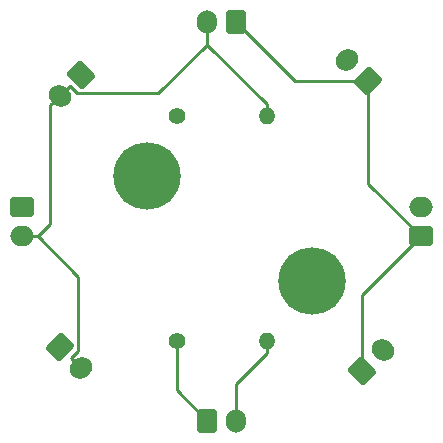
<source format=gbr>
G04 #@! TF.GenerationSoftware,KiCad,Pcbnew,7.0.2*
G04 #@! TF.CreationDate,2023-07-27T23:19:17+09:00*
G04 #@! TF.ProjectId,can_bus,63616e5f-6275-4732-9e6b-696361645f70,rev?*
G04 #@! TF.SameCoordinates,Original*
G04 #@! TF.FileFunction,Copper,L1,Top*
G04 #@! TF.FilePolarity,Positive*
%FSLAX46Y46*%
G04 Gerber Fmt 4.6, Leading zero omitted, Abs format (unit mm)*
G04 Created by KiCad (PCBNEW 7.0.2) date 2023-07-27 23:19:17*
%MOMM*%
%LPD*%
G01*
G04 APERTURE LIST*
G04 Aperture macros list*
%AMRoundRect*
0 Rectangle with rounded corners*
0 $1 Rounding radius*
0 $2 $3 $4 $5 $6 $7 $8 $9 X,Y pos of 4 corners*
0 Add a 4 corners polygon primitive as box body*
4,1,4,$2,$3,$4,$5,$6,$7,$8,$9,$2,$3,0*
0 Add four circle primitives for the rounded corners*
1,1,$1+$1,$2,$3*
1,1,$1+$1,$4,$5*
1,1,$1+$1,$6,$7*
1,1,$1+$1,$8,$9*
0 Add four rect primitives between the rounded corners*
20,1,$1+$1,$2,$3,$4,$5,0*
20,1,$1+$1,$4,$5,$6,$7,0*
20,1,$1+$1,$6,$7,$8,$9,0*
20,1,$1+$1,$8,$9,$2,$3,0*%
%AMHorizOval*
0 Thick line with rounded ends*
0 $1 width*
0 $2 $3 position (X,Y) of the first rounded end (center of the circle)*
0 $4 $5 position (X,Y) of the second rounded end (center of the circle)*
0 Add line between two ends*
20,1,$1,$2,$3,$4,$5,0*
0 Add two circle primitives to create the rounded ends*
1,1,$1,$2,$3*
1,1,$1,$4,$5*%
G04 Aperture macros list end*
G04 #@! TA.AperFunction,ComponentPad*
%ADD10RoundRect,0.250000X0.106066X-0.954594X0.954594X-0.106066X-0.106066X0.954594X-0.954594X0.106066X0*%
G04 #@! TD*
G04 #@! TA.AperFunction,ComponentPad*
%ADD11HorizOval,1.700000X-0.106066X0.106066X0.106066X-0.106066X0*%
G04 #@! TD*
G04 #@! TA.AperFunction,ComponentPad*
%ADD12C,5.700000*%
G04 #@! TD*
G04 #@! TA.AperFunction,ComponentPad*
%ADD13RoundRect,0.250000X0.600000X0.750000X-0.600000X0.750000X-0.600000X-0.750000X0.600000X-0.750000X0*%
G04 #@! TD*
G04 #@! TA.AperFunction,ComponentPad*
%ADD14O,1.700000X2.000000*%
G04 #@! TD*
G04 #@! TA.AperFunction,ComponentPad*
%ADD15RoundRect,0.250000X0.954594X0.106066X0.106066X0.954594X-0.954594X-0.106066X-0.106066X-0.954594X0*%
G04 #@! TD*
G04 #@! TA.AperFunction,ComponentPad*
%ADD16HorizOval,1.700000X0.106066X0.106066X-0.106066X-0.106066X0*%
G04 #@! TD*
G04 #@! TA.AperFunction,ComponentPad*
%ADD17RoundRect,0.250000X-0.600000X-0.750000X0.600000X-0.750000X0.600000X0.750000X-0.600000X0.750000X0*%
G04 #@! TD*
G04 #@! TA.AperFunction,ComponentPad*
%ADD18RoundRect,0.250000X0.750000X-0.600000X0.750000X0.600000X-0.750000X0.600000X-0.750000X-0.600000X0*%
G04 #@! TD*
G04 #@! TA.AperFunction,ComponentPad*
%ADD19O,2.000000X1.700000*%
G04 #@! TD*
G04 #@! TA.AperFunction,ComponentPad*
%ADD20C,1.400000*%
G04 #@! TD*
G04 #@! TA.AperFunction,ComponentPad*
%ADD21O,1.400000X1.400000*%
G04 #@! TD*
G04 #@! TA.AperFunction,ComponentPad*
%ADD22RoundRect,0.250000X-0.954594X-0.106066X-0.106066X-0.954594X0.954594X0.106066X0.106066X0.954594X0*%
G04 #@! TD*
G04 #@! TA.AperFunction,ComponentPad*
%ADD23HorizOval,1.700000X-0.106066X-0.106066X0.106066X0.106066X0*%
G04 #@! TD*
G04 #@! TA.AperFunction,ComponentPad*
%ADD24RoundRect,0.250000X-0.106066X0.954594X-0.954594X0.106066X0.106066X-0.954594X0.954594X-0.106066X0*%
G04 #@! TD*
G04 #@! TA.AperFunction,ComponentPad*
%ADD25RoundRect,0.250000X-0.750000X0.600000X-0.750000X-0.600000X0.750000X-0.600000X0.750000X0.600000X0*%
G04 #@! TD*
G04 #@! TA.AperFunction,Conductor*
%ADD26C,0.250000*%
G04 #@! TD*
G04 APERTURE END LIST*
D10*
X138916600Y-78740000D03*
D11*
X140684367Y-76972233D03*
D12*
X120650000Y-62230000D03*
D13*
X128250000Y-49170000D03*
D14*
X125750000Y-49170000D03*
D15*
X139414400Y-54123400D03*
D16*
X137646633Y-52355633D03*
D17*
X125750000Y-82910000D03*
D14*
X128250000Y-82910000D03*
D18*
X143870000Y-67290000D03*
D19*
X143870000Y-64790000D03*
D20*
X123190000Y-76200000D03*
D21*
X130810000Y-76200000D03*
D20*
X123190000Y-57150000D03*
D21*
X130810000Y-57150000D03*
D12*
X134620000Y-71120000D03*
D22*
X113315600Y-76686600D03*
D23*
X115083367Y-78454367D03*
D24*
X115083400Y-53625600D03*
D11*
X113315633Y-55393367D03*
D25*
X110130000Y-64790000D03*
D19*
X110130000Y-67290000D03*
D26*
X143870000Y-67290000D02*
X139414400Y-62834400D01*
X138916600Y-78740000D02*
X138916600Y-72243400D01*
X123190000Y-76200000D02*
X123190000Y-80350000D01*
X128250000Y-49170000D02*
X133203400Y-54123400D01*
X139414400Y-62834400D02*
X139414400Y-54123400D01*
X133203400Y-54123400D02*
X139414400Y-54123400D01*
X123190000Y-80350000D02*
X125750000Y-82910000D01*
X138916600Y-72243400D02*
X143870000Y-67290000D01*
X125750000Y-51064700D02*
X125750000Y-49170000D01*
X114252400Y-77623300D02*
X114875600Y-77000100D01*
X115083400Y-78454400D02*
X114252400Y-77623300D01*
X114875600Y-70710300D02*
X111455300Y-67290000D01*
X110130000Y-67290000D02*
X111455300Y-67290000D01*
X130810000Y-76200000D02*
X130810000Y-77225300D01*
X114787400Y-55203100D02*
X114146700Y-54562300D01*
X113315600Y-55393400D02*
X112484600Y-56224400D01*
X130810000Y-77225300D02*
X128250000Y-79785300D01*
X112484600Y-66260700D02*
X112484600Y-56224400D01*
X125750000Y-51064700D02*
X121611600Y-55203100D01*
X128250000Y-79785300D02*
X128250000Y-82910000D01*
X121611600Y-55203100D02*
X114787400Y-55203100D01*
X130810000Y-56124700D02*
X125750000Y-51064700D01*
X111455300Y-67290000D02*
X112484600Y-66260700D01*
X113315600Y-55393400D02*
X114146700Y-54562300D01*
X130810000Y-57150000D02*
X130810000Y-56124700D01*
X114875600Y-77000100D02*
X114875600Y-70710300D01*
M02*

</source>
